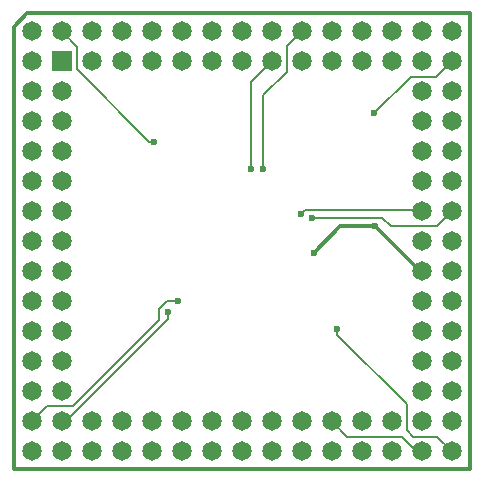
<source format=gbl>
G04 Layer_Physical_Order=2*
G04 Layer_Color=16711680*
%FSLAX44Y44*%
%MOMM*%
G71*
G01*
G75*
%ADD15C,0.2000*%
%ADD16C,0.3500*%
%ADD17C,1.6510*%
%ADD18R,1.6510X1.6510*%
%ADD19C,0.6000*%
D15*
X-62750Y-50500D02*
X-53750D01*
X-69500Y-57250D02*
X-62750Y-50500D01*
X-152400Y-152400D02*
X-148400D01*
X-62000Y-66000D01*
Y-60000D01*
X-69500Y-66250D02*
Y-57250D01*
X-143000Y-139750D02*
X-69500Y-66250D01*
X-165150Y-139750D02*
X-143000D01*
X-177800Y-152400D02*
X-165150Y-139750D01*
X139750Y-160000D02*
Y-138000D01*
X59750Y19750D02*
X119250D01*
X126250Y12750D01*
X165150D01*
X177800Y25400D01*
X50000Y23250D02*
X53750Y27000D01*
X150800D01*
X152400Y25400D01*
X112250Y108500D02*
X143250Y139500D01*
X164900D01*
X177800Y152400D01*
X38250Y165250D02*
X50800Y177800D01*
X8000Y61250D02*
Y135000D01*
X25400Y152400D01*
X18500Y61250D02*
Y124000D01*
X38250Y143750D01*
Y165250D01*
X-78000Y84500D02*
X-73750D01*
X-139500Y146000D02*
X-78000Y84500D01*
X-139500Y146000D02*
Y164900D01*
X-152400Y177800D02*
X-139500Y164900D01*
X80750Y-79000D02*
X139750Y-138000D01*
X80750Y-79000D02*
Y-74500D01*
X139750Y-160000D02*
X145000Y-165250D01*
X165250D01*
X177800Y-177800D01*
X148050D02*
X152400D01*
X135500Y-165250D02*
X148050Y-177800D01*
X89050Y-165250D02*
X135500D01*
X76200Y-152400D02*
X89050Y-165250D01*
D16*
X151400Y-25400D02*
X152400D01*
X113250Y12750D02*
X151400Y-25400D01*
X61000Y-10000D02*
X83750Y12750D01*
X113250D01*
X-181610Y193040D02*
X193040D01*
X-193040Y181610D02*
X-181610Y193040D01*
X-193040Y-193040D02*
Y181610D01*
X193040Y-193040D02*
Y193040D01*
X-193040Y-193040D02*
X193040D01*
D17*
X177800Y-177800D02*
D03*
Y-152400D02*
D03*
Y-127000D02*
D03*
Y-101600D02*
D03*
Y-76200D02*
D03*
Y-50800D02*
D03*
Y-25400D02*
D03*
Y-0D02*
D03*
Y25400D02*
D03*
Y50800D02*
D03*
Y76200D02*
D03*
Y101600D02*
D03*
Y127000D02*
D03*
Y152400D02*
D03*
Y177800D02*
D03*
X152400Y-177800D02*
D03*
Y-127000D02*
D03*
Y-101600D02*
D03*
Y-76200D02*
D03*
Y-50800D02*
D03*
Y-25400D02*
D03*
Y-0D02*
D03*
Y25400D02*
D03*
Y50800D02*
D03*
Y76200D02*
D03*
Y101600D02*
D03*
Y127000D02*
D03*
Y177800D02*
D03*
X127000Y-177800D02*
D03*
Y-152400D02*
D03*
Y152400D02*
D03*
Y177800D02*
D03*
X101600Y-177800D02*
D03*
Y-152400D02*
D03*
Y152400D02*
D03*
Y177800D02*
D03*
X76200Y-177800D02*
D03*
Y-152400D02*
D03*
Y152400D02*
D03*
Y177800D02*
D03*
X50800Y-177800D02*
D03*
Y-152400D02*
D03*
Y152400D02*
D03*
Y177800D02*
D03*
X25400Y-177800D02*
D03*
Y-152400D02*
D03*
Y152400D02*
D03*
Y177800D02*
D03*
X-0Y-177800D02*
D03*
Y-152400D02*
D03*
Y152400D02*
D03*
Y177800D02*
D03*
X-25400Y-177800D02*
D03*
Y-152400D02*
D03*
Y152400D02*
D03*
Y177800D02*
D03*
X-50800Y-177800D02*
D03*
Y-152400D02*
D03*
Y152400D02*
D03*
Y177800D02*
D03*
X-76200Y-177800D02*
D03*
Y-152400D02*
D03*
Y152400D02*
D03*
Y177800D02*
D03*
X-101600Y-177800D02*
D03*
Y-152400D02*
D03*
Y152400D02*
D03*
Y177800D02*
D03*
X-127000Y-177800D02*
D03*
Y-152400D02*
D03*
Y152400D02*
D03*
Y177800D02*
D03*
X-152400Y-177800D02*
D03*
Y-127000D02*
D03*
Y-101600D02*
D03*
Y-76200D02*
D03*
Y-50800D02*
D03*
Y-25400D02*
D03*
Y-0D02*
D03*
Y25400D02*
D03*
Y50800D02*
D03*
Y76200D02*
D03*
Y101600D02*
D03*
Y127000D02*
D03*
Y177800D02*
D03*
X-177800Y-177800D02*
D03*
Y-152400D02*
D03*
Y-127000D02*
D03*
Y-101600D02*
D03*
Y-76200D02*
D03*
Y-50800D02*
D03*
Y-25400D02*
D03*
Y-0D02*
D03*
Y25400D02*
D03*
Y50800D02*
D03*
Y76200D02*
D03*
Y101600D02*
D03*
Y127000D02*
D03*
Y152400D02*
D03*
Y177800D02*
D03*
X-152400Y-152400D02*
D03*
X152400D02*
D03*
Y152400D02*
D03*
D18*
X-152400D02*
D03*
D19*
X-53750Y-50500D02*
D03*
X-62000Y-60000D02*
D03*
X61000Y-10000D02*
D03*
X113250Y12750D02*
D03*
X59750Y19750D02*
D03*
X50000Y23250D02*
D03*
X112250Y108500D02*
D03*
X18500Y61250D02*
D03*
X8000Y61250D02*
D03*
X-73750Y84500D02*
D03*
X80750Y-74500D02*
D03*
M02*

</source>
